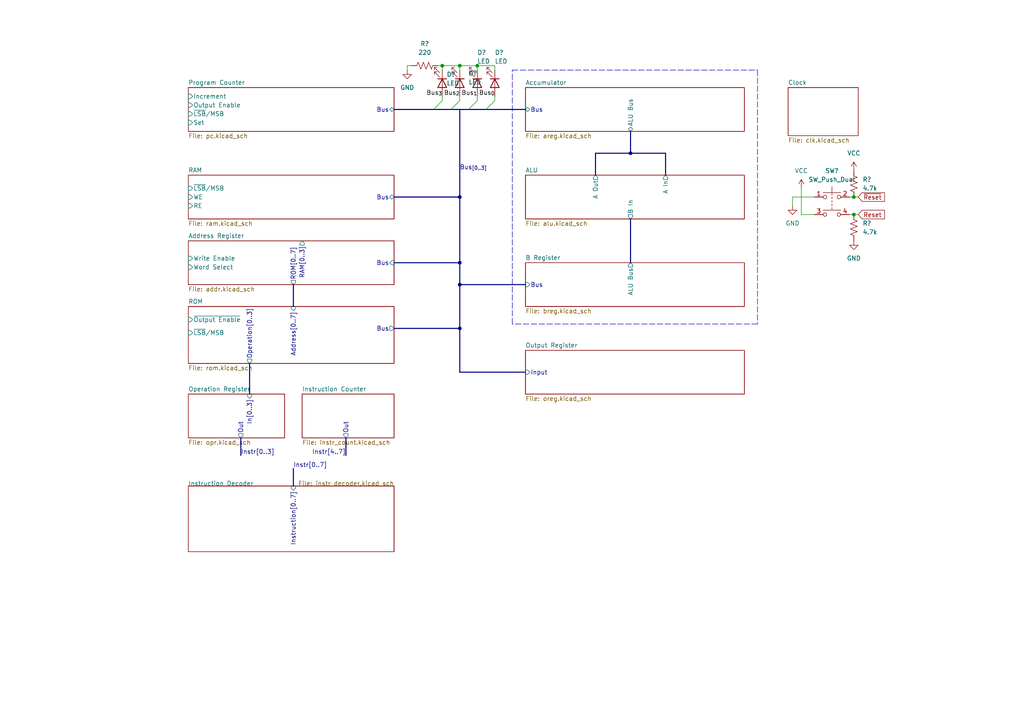
<source format=kicad_sch>
(kicad_sch (version 20211123) (generator eeschema)
  (paper "A4")
  (lib_symbols
    (symbol "Device:LED" (pin_numbers hide) (pin_names (offset 1.016) hide)
      (property "Reference" "D" (at 0 2.54 0))
      (property "Value" "LED" (at 0 -2.54 0))
      (symbol "LED_0_1"
        (polyline (pts (xy -1.27 -1.27) (xy -1.27 1.27)) (stroke (width 0.254)))
        (polyline (pts (xy -1.27 0) (xy 1.27 0)))
        (polyline (pts (xy 1.27 -1.27) (xy 1.27 1.27) (xy -1.27 0) (xy 1.27 -1.27)) (stroke (width 0.254)))
        (polyline (pts (xy -3.048 -0.762) (xy -4.572 -2.286) (xy -3.81 -2.286) (xy -4.572 -2.286) (xy -4.572 -1.524)))
        (polyline (pts (xy -1.778 -0.762) (xy -3.302 -2.286) (xy -2.54 -2.286) (xy -3.302 -2.286) (xy -3.302 -1.524)))
      )
      (symbol "LED_1_1"
        (pin passive line (at -3.81 0 0) (length 2.54) (name "K") (number "1"))
        (pin passive line (at 3.81 0 180) (length 2.54) (name "A") (number "2"))
      )
    )
    (symbol "Device:R_US" (pin_numbers hide) (pin_names (offset 0))
      (property "Reference" "R" (at 2.54 0 90))
      (property "Value" "R_US" (at -2.54 0 90))
      (symbol "R_US_0_1"
        (polyline (pts (xy 0 -2.286) (xy 0 -2.54)))
        (polyline (pts (xy 0 2.286) (xy 0 2.54)))
        (polyline (pts (xy 0 -0.762) (xy 1.016 -1.143) (xy 0 -1.524) (xy -1.016 -1.905) (xy 0 -2.286)))
        (polyline (pts (xy 0 0.762) (xy 1.016 0.381) (xy 0 0) (xy -1.016 -0.381) (xy 0 -0.762)))
        (polyline (pts (xy 0 2.286) (xy 1.016 1.905) (xy 0 1.524) (xy -1.016 1.143) (xy 0 0.762)))
      )
      (symbol "R_US_1_1"
        (pin passive line (at 0 3.81 270) (length 1.27) (name "~") (number "1"))
        (pin passive line (at 0 -3.81 90) (length 1.27) (name "~") (number "2"))
      )
    )
    (symbol "Switch:SW_Push_Dual" (pin_names (offset 1.016) hide)
      (property "Reference" "SW" (at 1.27 2.54 0))
      (property "Value" "SW_Push_Dual" (at 0 -6.858 0))
      (symbol "SW_Push_Dual_0_1"
        (circle (center -2.032 -5.08) (radius 0.508))
        (circle (center -2.032 0) (radius 0.508))
        (polyline (pts (xy 0 -3.048) (xy 0 -3.556)))
        (polyline (pts (xy 0 -2.032) (xy 0 -2.54)))
        (polyline (pts (xy 0 -1.524) (xy 0 -1.016)))
        (polyline (pts (xy 0 -0.508) (xy 0 0)))
        (polyline (pts (xy 0 0.508) (xy 0 1.016)))
        (polyline (pts (xy 0 1.27) (xy 0 3.048)))
        (polyline (pts (xy 2.54 -3.81) (xy -2.54 -3.81)))
        (polyline (pts (xy 2.54 1.27) (xy -2.54 1.27)))
        (circle (center 2.032 -5.08) (radius 0.508))
        (circle (center 2.032 0) (radius 0.508))
        (pin passive line (at -5.08 0 0) (length 2.54) (name "1") (number "1"))
        (pin passive line (at 5.08 0 180) (length 2.54) (name "2") (number "2"))
        (pin passive line (at -5.08 -5.08 0) (length 2.54) (name "3") (number "3"))
        (pin passive line (at 5.08 -5.08 180) (length 2.54) (name "4") (number "4"))
      )
    )
    (symbol "power:GND" (power) (pin_names (offset 0))
      (property "Value" "GND" (at 0 -3.81 0))
      (symbol "GND_0_1"
        (polyline (pts (xy 0 0) (xy 0 -1.27) (xy 1.27 -1.27) (xy 0 -2.54) (xy -1.27 -1.27) (xy 0 -1.27)))
      )
      (symbol "GND_1_1"
        (pin power_in line (at 0 0 270) (length 0) hide (name "GND") (number "1"))
      )
    )
    (symbol "power:VCC" (power) (pin_names (offset 0))
      (property "Value" "VCC" (at 0 3.81 0))
      (symbol "VCC_0_1"
        (polyline (pts (xy -0.762 1.27) (xy 0 2.54)))
        (polyline (pts (xy 0 0) (xy 0 2.54)))
        (polyline (pts (xy 0 2.54) (xy 0.762 1.27)))
      )
      (symbol "VCC_1_1"
        (pin power_in line (at 0 0 90) (length 0) hide (name "VCC") (number "1"))
      )
    )
  )
  (junction (at 247.65 57.15))
  (junction (at 133.35 76.2))
  (junction (at 133.35 19.05))
  (junction (at 128.27 19.05))
  (junction (at 133.35 82.55))
  (junction (at 182.88 44.45))
  (junction (at 247.65 62.23))
  (junction (at 133.35 95.25))
  (junction (at 138.43 19.05))
  (junction (at 133.35 57.15))
  (bus_entry (at 143.51 29.21) (size -2.54 2.54))
  (bus_entry (at 138.43 29.21) (size -2.54 2.54))
  (bus_entry (at 133.35 29.21) (size -2.54 2.54))
  (bus_entry (at 128.27 29.21) (size -2.54 2.54))
  (bus (pts (xy 135.89 31.75) (xy 140.97 31.75)))
  (bus (pts (xy 133.35 57.15) (xy 133.35 76.2)))
  (bus (pts (xy 133.35 82.55) (xy 152.4 82.55)))
  (wire (pts (xy 138.43 19.05) (xy 143.51 19.05)))
  (bus (pts (xy 114.3 76.2) (xy 133.35 76.2)))
  (bus (pts (xy 182.88 63.5) (xy 182.88 76.2)))
  (wire (pts (xy 247.65 57.15) (xy 248.92 57.15)))
  (wire (pts (xy 143.51 27.94) (xy 143.51 29.21)))
  (bus (pts (xy 125.73 31.75) (xy 130.81 31.75)))
  (polyline (pts (xy 148.59 93.98) (xy 148.59 20.32)))
  (bus (pts (xy 114.3 31.75) (xy 125.73 31.75)))
  (wire (pts (xy 246.38 62.23) (xy 247.65 62.23)))
  (wire (pts (xy 246.38 57.15) (xy 247.65 57.15)))
  (bus (pts (xy 193.04 50.8) (xy 193.04 44.45)))
  (wire (pts (xy 232.41 54.61) (xy 232.41 62.23)))
  (bus (pts (xy 69.85 127) (xy 69.85 132.08)))
  (wire (pts (xy 128.27 19.05) (xy 128.27 20.32)))
  (bus (pts (xy 133.35 76.2) (xy 133.35 82.55)))
  (bus (pts (xy 182.88 38.1) (xy 182.88 44.45)))
  (polyline (pts (xy 219.71 20.32) (xy 219.71 93.98)))
  (wire (pts (xy 118.11 19.05) (xy 118.11 20.32)))
  (wire (pts (xy 128.27 27.94) (xy 128.27 29.21)))
  (bus (pts (xy 133.35 31.75) (xy 135.89 31.75)))
  (bus (pts (xy 133.35 107.95) (xy 152.4 107.95)))
  (wire (pts (xy 127 19.05) (xy 128.27 19.05)))
  (polyline (pts (xy 219.71 93.98) (xy 148.59 93.98)))
  (wire (pts (xy 247.65 62.23) (xy 248.92 62.23)))
  (wire (pts (xy 143.51 19.05) (xy 143.51 20.32)))
  (bus (pts (xy 172.72 44.45) (xy 172.72 50.8)))
  (bus (pts (xy 182.88 44.45) (xy 172.72 44.45)))
  (bus (pts (xy 85.09 135.89) (xy 85.09 140.97)))
  (wire (pts (xy 236.22 57.15) (xy 229.87 57.15)))
  (wire (pts (xy 128.27 19.05) (xy 133.35 19.05)))
  (wire (pts (xy 133.35 19.05) (xy 133.35 20.32)))
  (bus (pts (xy 193.04 44.45) (xy 182.88 44.45)))
  (wire (pts (xy 133.35 27.94) (xy 133.35 29.21)))
  (bus (pts (xy 114.3 57.15) (xy 133.35 57.15)))
  (bus (pts (xy 130.81 31.75) (xy 133.35 31.75)))
  (bus (pts (xy 114.3 95.25) (xy 133.35 95.25)))
  (wire (pts (xy 138.43 27.94) (xy 138.43 29.21)))
  (bus (pts (xy 72.39 105.41) (xy 72.39 114.3)))
  (bus (pts (xy 133.35 82.55) (xy 133.35 95.25)))
  (bus (pts (xy 100.33 127) (xy 100.33 132.08)))
  (polyline (pts (xy 148.59 20.32) (xy 219.71 20.32)))
  (wire (pts (xy 119.38 19.05) (xy 118.11 19.05)))
  (wire (pts (xy 133.35 19.05) (xy 138.43 19.05)))
  (bus (pts (xy 133.35 31.75) (xy 133.35 57.15)))
  (bus (pts (xy 140.97 31.75) (xy 152.4 31.75)))
  (bus (pts (xy 85.09 82.55) (xy 85.09 88.9)))
  (wire (pts (xy 232.41 62.23) (xy 236.22 62.23)))
  (wire (pts (xy 138.43 19.05) (xy 138.43 20.32)))
  (bus (pts (xy 133.35 95.25) (xy 133.35 107.95)))
  (wire (pts (xy 229.87 57.15) (xy 229.87 59.69)))
  (label "Bus_{0}" (at 143.51 27.94 180))
  (label "Instr[0..3]" (at 69.85 132.08 0))
  (label "Bus_{[0..3]}" (at 133.35 49.53 0))
  (label "Bus_{2}" (at 133.35 27.94 180))
  (label "Instr[0..7]" (at 85.09 135.89 0))
  (label "Bus_{1}" (at 138.43 27.94 180))
  (label "Bus_{3}" (at 128.27 27.94 180))
  (label "Instr[4..7]" (at 100.33 132.08 180))
  (global_label "~{Reset}" (shape input) (at 248.92 57.15 0) (property "Intersheet References" "${INTERSHEET_REFS}" (at 256.5341 57.0706 0) (effects (justify left))))
  (global_label "Reset" (shape input) (at 248.92 62.23 0) (property "Intersheet References" "${INTERSHEET_REFS}" (at 256.5341 62.1506 0) (effects (justify left))))
  (symbol (lib_id "power:GND") (at 247.65 69.85 0) (unit 1)
    (property "Reference" "#PWR0102" (effects hide))
    (property "Value" "GND" (at 247.65 74.93 0))
  )
  (symbol (lib_id "Device:LED") (at 138.43 24.13 270) (unit 1)
    (property "Reference" "D?" (at 138.43 15.24 90) (effects (justify left)))
    (property "Value" "LED" (at 138.43 17.78 90) (effects (justify left)))
  )
  (symbol (lib_id "Device:LED") (at 143.51 24.13 270) (unit 1)
    (property "Reference" "D?" (at 143.51 15.24 90) (effects (justify left)))
    (property "Value" "LED" (at 143.51 17.78 90) (effects (justify left)))
  )
  (symbol (lib_id "Device:R_US") (at 247.65 53.34 0) (unit 1)
    (property "Reference" "R?" (at 250.19 52.0699 0) (effects (justify left)))
    (property "Value" "4.7k" (at 250.19 54.6099 0) (effects (justify left)))
  )
  (symbol (lib_id "Device:R_US") (at 123.19 19.05 90) (unit 1)
    (property "Reference" "R?" (at 123.19 12.7 90))
    (property "Value" "220" (at 123.19 15.24 90))
  )
  (symbol (lib_id "Device:LED") (at 128.27 24.13 270) (unit 1)
    (property "Reference" "D?" (at 129.54 21.59 90) (effects (justify left)))
    (property "Value" "LED" (at 129.54 24.13 90) (effects (justify left)))
  )
  (symbol (lib_id "Device:LED") (at 133.35 24.13 270) (unit 1)
    (property "Reference" "D?" (at 135.89 21.2724 90) (effects (justify left)))
    (property "Value" "LED" (at 135.89 23.8124 90) (effects (justify left)))
  )
  (symbol (lib_id "power:GND") (at 229.87 59.69 0) (unit 1)
    (property "Reference" "#PWR0103" (effects hide))
    (property "Value" "GND" (at 229.87 64.77 0))
  )
  (symbol (lib_id "Switch:SW_Push_Dual") (at 241.3 57.15 0) (unit 1)
    (property "Reference" "SW?" (at 241.3 49.53 0))
    (property "Value" "SW_Push_Dual" (at 241.3 52.07 0))
  )
  (symbol (lib_id "power:VCC") (at 247.65 49.53 0) (unit 1)
    (property "Reference" "#PWR0105" (effects hide))
    (property "Value" "VCC" (at 247.65 44.45 0))
  )
  (symbol (lib_id "power:VCC") (at 232.41 54.61 0) (unit 1)
    (property "Reference" "#PWR0104" (effects hide))
    (property "Value" "VCC" (at 232.41 49.53 0))
  )
  (symbol (lib_id "Device:R_US") (at 247.65 66.04 0) (unit 1)
    (property "Reference" "R?" (at 250.19 64.7699 0) (effects (justify left)))
    (property "Value" "4.7k" (at 250.19 67.3099 0) (effects (justify left)))
  )
  (symbol (lib_id "power:GND") (at 118.11 20.32 0) (unit 1)
    (property "Reference" "#PWR0101" (effects hide))
    (property "Value" "GND" (at 118.11 25.4 0))
  )
  (sheet (at 87.63 114.3) (size 26.67 12.7) (stroke (width 0.1524))
    (property "Sheet name" "Instruction Counter" (at 87.63 113.5884 0) (effects (justify left bottom)))
    (property "Sheet file" "instr_count.kicad_sch" (at 87.63 127.5846 0) (effects (justify left top)))
    (pin "Out" output (at 100.33 127 270))
  )
  (sheet (at 152.4 101.6) (size 63.5 12.7) (stroke (width 0.1524))
    (property "Sheet name" "Output Register" (at 152.4 100.8884 0) (effects (justify left bottom)))
    (property "Sheet file" "oreg.kicad_sch" (at 152.4 114.8846 0) (effects (justify left top)))
    (pin "Input" input (at 152.4 107.95 180))
  )
  (sheet (at 54.61 69.85) (size 59.69 12.7) (stroke (width 0.1524))
    (property "Sheet name" "Address Register" (at 54.61 69.1384 0) (effects (justify left bottom)))
    (property "Sheet file" "addr.kicad_sch" (at 54.61 83.1346 0) (effects (justify left top)))
    (pin "Bus" input (at 114.3 76.2 0))
    (pin "Write Enable" input (at 54.61 74.93 180))
    (pin "Word Select" input (at 54.61 77.47 180))
    (pin "ROM[0..7]" output (at 85.09 82.55 270))
    (pin "RAM[0..3]" output (at 87.63 69.85 90))
  )
  (sheet (at 228.6 25.4) (size 20.32 13.97) (stroke (width 0.1524))
    (property "Sheet name" "Clock" (at 228.6 24.6884 0) (effects (justify left bottom)))
    (property "Sheet file" "clk.kicad_sch" (at 228.6 39.9546 0) (effects (justify left top)))
  )
  (sheet (at 152.4 76.2) (size 63.5 12.7) (stroke (width 0.1524))
    (property "Sheet name" "B Register" (at 152.4 75.4884 0) (effects (justify left bottom)))
    (property "Sheet file" "breg.kicad_sch" (at 152.4 89.4846 0) (effects (justify left top)))
    (pin "Bus" input (at 152.4 82.55 180))
    (pin "ALU Bus" output (at 182.88 76.2 90))
  )
  (sheet (at 54.61 25.4) (size 59.69 12.7) (stroke (width 0.1524))
    (property "Sheet name" "Program Counter" (at 54.61 24.6884 0) (effects (justify left bottom)))
    (property "Sheet file" "pc.kicad_sch" (at 54.61 38.6846 0) (effects (justify left top)))
    (pin "Bus" bidirectional (at 114.3 31.75 0))
    (pin "Set" input (at 54.61 35.56 180))
    (pin "~{LSB}{slash}MSB" input (at 54.61 33.02 180))
    (pin "Output Enable" input (at 54.61 30.48 180))
    (pin "Increment" input (at 54.61 27.94 180))
  )
  (sheet (at 54.61 140.97) (size 59.69 19.05) (stroke (width 0.1524))
    (property "Sheet name" "Instruction Decoder" (at 54.61 140.97 0) (effects (justify left bottom)))
    (property "Sheet file" "instr_decoder.kicad_sch" (at 114.3 140.97 0) (effects (justify right bottom)))
    (pin "Instruction[0..7]" input (at 85.09 140.97 90))
  )
  (sheet (at 54.61 88.9) (size 59.69 16.51) (stroke (width 0.1524))
    (property "Sheet name" "ROM" (at 54.61 88.1884 0) (effects (justify left bottom)))
    (property "Sheet file" "rom.kicad_sch" (at 54.61 105.9946 0) (effects (justify left top)))
    (pin "Operation[0..3]" output (at 72.39 105.41 270))
    (pin "Bus" output (at 114.3 95.25 0))
    (pin "~{Output Enable}" input (at 54.61 92.71 180))
    (pin "~{LSB}{slash}MSB" input (at 54.61 96.52 180))
    (pin "Address[0..7]" input (at 85.09 88.9 90))
  )
  (sheet (at 152.4 25.4) (size 63.5 12.7) (stroke (width 0.1524))
    (property "Sheet name" "Accumulator" (at 152.4 24.6884 0) (effects (justify left bottom)))
    (property "Sheet file" "areg.kicad_sch" (at 152.4 38.6846 0) (effects (justify left top)))
    (pin "Bus" bidirectional (at 152.4 31.75 180))
    (pin "ALU Bus" bidirectional (at 182.88 38.1 270))
  )
  (sheet (at 152.4 50.8) (size 63.5 12.7) (stroke (width 0.1524))
    (property "Sheet name" "ALU" (at 152.4 50.0884 0) (effects (justify left bottom)))
    (property "Sheet file" "alu.kicad_sch" (at 152.4 64.0846 0) (effects (justify left top)))
    (pin "B In" output (at 182.88 63.5 270))
    (pin "A Out" output (at 172.72 50.8 90))
    (pin "A In" output (at 193.04 50.8 90))
  )
  (sheet (at 54.61 114.3) (size 27.94 12.7) (stroke (width 0.1524))
    (property "Sheet name" "Operation Register" (at 54.61 113.5884 0) (effects (justify left bottom)))
    (property "Sheet file" "opr.kicad_sch" (at 54.61 127.5846 0) (effects (justify left top)))
    (pin "In[0..3]" input (at 72.39 114.3 90))
    (pin "Out" output (at 69.85 127 270))
  )
  (sheet (at 54.61 50.8) (size 59.69 12.7) (stroke (width 0.1524))
    (property "Sheet name" "RAM" (at 54.61 50.0884 0) (effects (justify left bottom)))
    (property "Sheet file" "ram.kicad_sch" (at 54.61 64.0846 0) (effects (justify left top)))
    (pin "Bus" bidirectional (at 114.3 57.15 0))
    (pin "RE" input (at 54.61 59.69 180))
    (pin "WE" input (at 54.61 57.15 180))
    (pin "~{LSB}{slash}MSB" input (at 54.61 54.61 180))
  )
)
</source>
